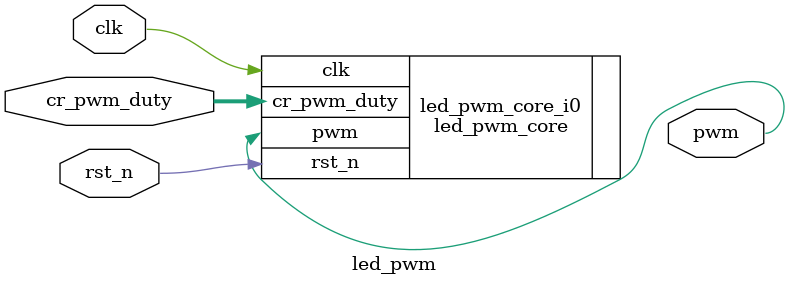
<source format=sv>

`default_nettype none

module led_pwm #(
    parameter int counter_width_p = -1
  )(
    input  wire                        clk,
    input  wire                        rst_n,
    output logic                       pwm,
    input  wire  [counter_width_p-1:0] cr_pwm_duty
  );

  led_pwm_core  #(
    .counter_width_p ( counter_width_p )
  ) led_pwm_core_i0  (
    .clk             ( clk             ),
    .rst_n           ( rst_n           ),
    .pwm             ( pwm             ),
    .cr_pwm_duty     ( cr_pwm_duty     )
  );

endmodule

`default_nettype wire
</source>
